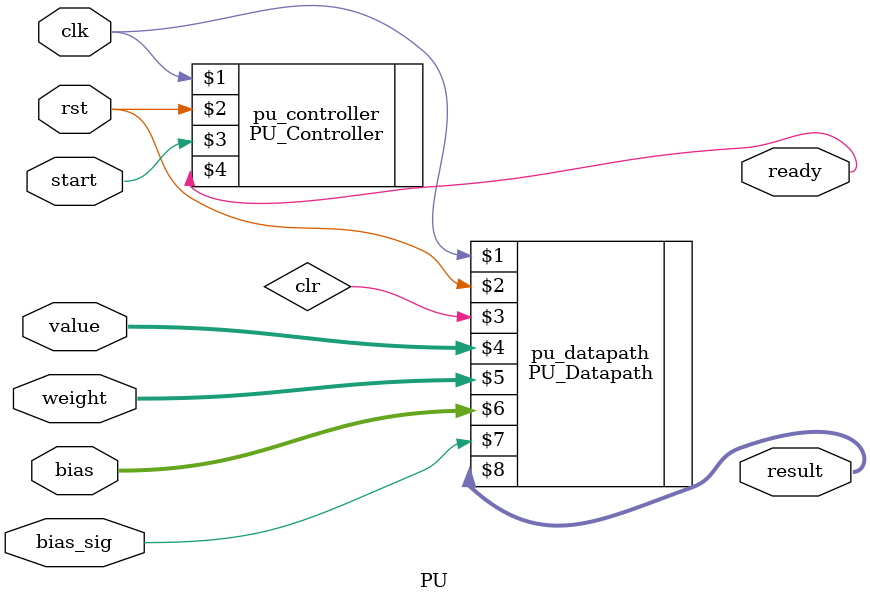
<source format=v>
module PU (input clk, rst, start, bias_sig, input [63:0] value, weight, input [7:0] bias, output [7:0] result, output ready);

    PU_Controller pu_controller (clk, rst, start, ready);
    PU_Datapath pu_datapath (clk, rst, clr, value, weight, bias, bias_sig, result);

endmodule

</source>
